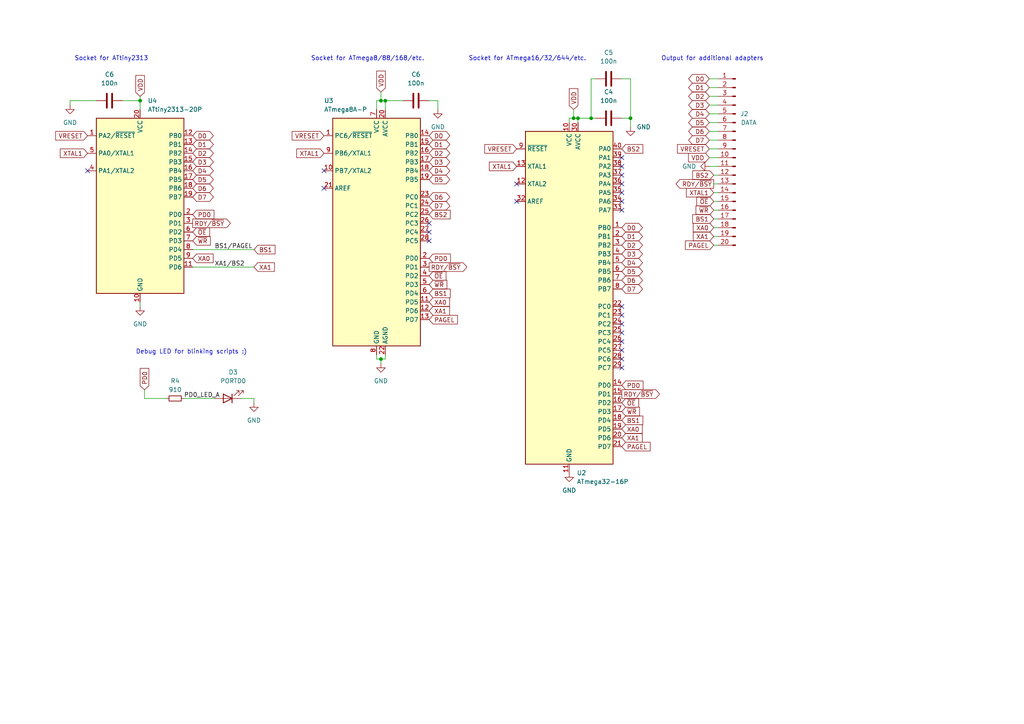
<source format=kicad_sch>
(kicad_sch (version 20230121) (generator eeschema)
  (paper "A4")
  (lib_symbols
    (symbol "Connector:Conn_01x20_Pin" (pin_names (offset 1.016) hide)
      (property "Reference" "J" (at 0 25.4 0))
      (property "Value" "Conn_01x20_Pin" (at 0 -27.94 0))
      (symbol "Conn_01x20_Pin_1_1"
        (polyline (pts (xy 1.27 -25.4) (xy 0.8636 -25.4)) (stroke (width 0.1524)))
        (polyline (pts (xy 1.27 -22.86) (xy 0.8636 -22.86)) (stroke (width 0.1524)))
        (polyline (pts (xy 1.27 -20.32) (xy 0.8636 -20.32)) (stroke (width 0.1524)))
        (polyline (pts (xy 1.27 -17.78) (xy 0.8636 -17.78)) (stroke (width 0.1524)))
        (polyline (pts (xy 1.27 -15.24) (xy 0.8636 -15.24)) (stroke (width 0.1524)))
        (polyline (pts (xy 1.27 -12.7) (xy 0.8636 -12.7)) (stroke (width 0.1524)))
        (polyline (pts (xy 1.27 -10.16) (xy 0.8636 -10.16)) (stroke (width 0.1524)))
        (polyline (pts (xy 1.27 -7.62) (xy 0.8636 -7.62)) (stroke (width 0.1524)))
        (polyline (pts (xy 1.27 -5.08) (xy 0.8636 -5.08)) (stroke (width 0.1524)))
        (polyline (pts (xy 1.27 -2.54) (xy 0.8636 -2.54)) (stroke (width 0.1524)))
        (polyline (pts (xy 1.27 0) (xy 0.8636 0)) (stroke (width 0.1524)))
        (polyline (pts (xy 1.27 2.54) (xy 0.8636 2.54)) (stroke (width 0.1524)))
        (polyline (pts (xy 1.27 5.08) (xy 0.8636 5.08)) (stroke (width 0.1524)))
        (polyline (pts (xy 1.27 7.62) (xy 0.8636 7.62)) (stroke (width 0.1524)))
        (polyline (pts (xy 1.27 10.16) (xy 0.8636 10.16)) (stroke (width 0.1524)))
        (polyline (pts (xy 1.27 12.7) (xy 0.8636 12.7)) (stroke (width 0.1524)))
        (polyline (pts (xy 1.27 15.24) (xy 0.8636 15.24)) (stroke (width 0.1524)))
        (polyline (pts (xy 1.27 17.78) (xy 0.8636 17.78)) (stroke (width 0.1524)))
        (polyline (pts (xy 1.27 20.32) (xy 0.8636 20.32)) (stroke (width 0.1524)))
        (polyline (pts (xy 1.27 22.86) (xy 0.8636 22.86)) (stroke (width 0.1524)))
        (rectangle (start 0.8636 -25.273) (end 0 -25.527) (stroke (width 0.1524)) (fill (type outline)))
        (rectangle (start 0.8636 -22.733) (end 0 -22.987) (stroke (width 0.1524)) (fill (type outline)))
        (rectangle (start 0.8636 -20.193) (end 0 -20.447) (stroke (width 0.1524)) (fill (type outline)))
        (rectangle (start 0.8636 -17.653) (end 0 -17.907) (stroke (width 0.1524)) (fill (type outline)))
        (rectangle (start 0.8636 -15.113) (end 0 -15.367) (stroke (width 0.1524)) (fill (type outline)))
        (rectangle (start 0.8636 -12.573) (end 0 -12.827) (stroke (width 0.1524)) (fill (type outline)))
        (rectangle (start 0.8636 -10.033) (end 0 -10.287) (stroke (width 0.1524)) (fill (type outline)))
        (rectangle (start 0.8636 -7.493) (end 0 -7.747) (stroke (width 0.1524)) (fill (type outline)))
        (rectangle (start 0.8636 -4.953) (end 0 -5.207) (stroke (width 0.1524)) (fill (type outline)))
        (rectangle (start 0.8636 -2.413) (end 0 -2.667) (stroke (width 0.1524)) (fill (type outline)))
        (rectangle (start 0.8636 0.127) (end 0 -0.127) (stroke (width 0.1524)) (fill (type outline)))
        (rectangle (start 0.8636 2.667) (end 0 2.413) (stroke (width 0.1524)) (fill (type outline)))
        (rectangle (start 0.8636 5.207) (end 0 4.953) (stroke (width 0.1524)) (fill (type outline)))
        (rectangle (start 0.8636 7.747) (end 0 7.493) (stroke (width 0.1524)) (fill (type outline)))
        (rectangle (start 0.8636 10.287) (end 0 10.033) (stroke (width 0.1524)) (fill (type outline)))
        (rectangle (start 0.8636 12.827) (end 0 12.573) (stroke (width 0.1524)) (fill (type outline)))
        (rectangle (start 0.8636 15.367) (end 0 15.113) (stroke (width 0.1524)) (fill (type outline)))
        (rectangle (start 0.8636 17.907) (end 0 17.653) (stroke (width 0.1524)) (fill (type outline)))
        (rectangle (start 0.8636 20.447) (end 0 20.193) (stroke (width 0.1524)) (fill (type outline)))
        (rectangle (start 0.8636 22.987) (end 0 22.733) (stroke (width 0.1524)) (fill (type outline)))
        (pin passive line (at 5.08 22.86 180) (length 3.81) (name "Pin_1") (number "1"))
        (pin passive line (at 5.08 0 180) (length 3.81) (name "Pin_10") (number "10"))
        (pin passive line (at 5.08 -2.54 180) (length 3.81) (name "Pin_11") (number "11"))
        (pin passive line (at 5.08 -5.08 180) (length 3.81) (name "Pin_12") (number "12"))
        (pin passive line (at 5.08 -7.62 180) (length 3.81) (name "Pin_13") (number "13"))
        (pin passive line (at 5.08 -10.16 180) (length 3.81) (name "Pin_14") (number "14"))
        (pin passive line (at 5.08 -12.7 180) (length 3.81) (name "Pin_15") (number "15"))
        (pin passive line (at 5.08 -15.24 180) (length 3.81) (name "Pin_16") (number "16"))
        (pin passive line (at 5.08 -17.78 180) (length 3.81) (name "Pin_17") (number "17"))
        (pin passive line (at 5.08 -20.32 180) (length 3.81) (name "Pin_18") (number "18"))
        (pin passive line (at 5.08 -22.86 180) (length 3.81) (name "Pin_19") (number "19"))
        (pin passive line (at 5.08 20.32 180) (length 3.81) (name "Pin_2") (number "2"))
        (pin passive line (at 5.08 -25.4 180) (length 3.81) (name "Pin_20") (number "20"))
        (pin passive line (at 5.08 17.78 180) (length 3.81) (name "Pin_3") (number "3"))
        (pin passive line (at 5.08 15.24 180) (length 3.81) (name "Pin_4") (number "4"))
        (pin passive line (at 5.08 12.7 180) (length 3.81) (name "Pin_5") (number "5"))
        (pin passive line (at 5.08 10.16 180) (length 3.81) (name "Pin_6") (number "6"))
        (pin passive line (at 5.08 7.62 180) (length 3.81) (name "Pin_7") (number "7"))
        (pin passive line (at 5.08 5.08 180) (length 3.81) (name "Pin_8") (number "8"))
        (pin passive line (at 5.08 2.54 180) (length 3.81) (name "Pin_9") (number "9"))
      )
    )
    (symbol "Device:C" (pin_numbers hide) (pin_names (offset 0.254))
      (property "Reference" "C" (at 0.635 2.54 0))
      (property "Value" "C" (at 0.635 -2.54 0))
      (symbol "C_0_1"
        (polyline (pts (xy -2.032 -0.762) (xy 2.032 -0.762)) (stroke (width 0.508)))
        (polyline (pts (xy -2.032 0.762) (xy 2.032 0.762)) (stroke (width 0.508)))
      )
      (symbol "C_1_1"
        (pin passive line (at 0 3.81 270) (length 2.794) (name "~") (number "1"))
        (pin passive line (at 0 -3.81 90) (length 2.794) (name "~") (number "2"))
      )
    )
    (symbol "Device:LED" (pin_numbers hide) (pin_names (offset 1.016) hide)
      (property "Reference" "D" (at 0 2.54 0))
      (property "Value" "LED" (at 0 -2.54 0))
      (symbol "LED_0_1"
        (polyline (pts (xy -1.27 -1.27) (xy -1.27 1.27)) (stroke (width 0.254)))
        (polyline (pts (xy -1.27 0) (xy 1.27 0)))
        (polyline (pts (xy 1.27 -1.27) (xy 1.27 1.27) (xy -1.27 0) (xy 1.27 -1.27)) (stroke (width 0.254)))
        (polyline (pts (xy -3.048 -0.762) (xy -4.572 -2.286) (xy -3.81 -2.286) (xy -4.572 -2.286) (xy -4.572 -1.524)))
        (polyline (pts (xy -1.778 -0.762) (xy -3.302 -2.286) (xy -2.54 -2.286) (xy -3.302 -2.286) (xy -3.302 -1.524)))
      )
      (symbol "LED_1_1"
        (pin passive line (at -3.81 0 0) (length 2.54) (name "K") (number "1"))
        (pin passive line (at 3.81 0 180) (length 2.54) (name "A") (number "2"))
      )
    )
    (symbol "Device:R_Small" (pin_numbers hide) (pin_names (offset 0.254) hide)
      (property "Reference" "R" (at 0.762 0.508 0))
      (property "Value" "R_Small" (at 0.762 -1.016 0))
      (symbol "R_Small_0_1"
        (rectangle (start -0.762 1.778) (end 0.762 -1.778) (stroke (width 0.2032)))
      )
      (symbol "R_Small_1_1"
        (pin passive line (at 0 2.54 270) (length 0.762) (name "~") (number "1"))
        (pin passive line (at 0 -2.54 90) (length 0.762) (name "~") (number "2"))
      )
    )
    (symbol "MCU_Microchip_ATmega:ATmega32-16P"
      (property "Reference" "U" (at -12.7 49.53 0))
      (property "Value" "ATmega32-16P" (at 2.54 -49.53 0))
      (symbol "ATmega32-16P_0_1"
        (rectangle (start -12.7 -48.26) (end 12.7 48.26) (stroke (width 0.254)) (fill (type background)))
      )
      (symbol "ATmega32-16P_1_1"
        (pin bidirectional line (at 15.24 20.32 180) (length 2.54) (name "PB0") (number "1"))
        (pin power_in line (at 0 50.8 270) (length 2.54) (name "VCC") (number "10"))
        (pin power_in line (at 0 -50.8 90) (length 2.54) (name "GND") (number "11"))
        (pin output line (at -15.24 33.02 0) (length 2.54) (name "XTAL2") (number "12"))
        (pin input line (at -15.24 38.1 0) (length 2.54) (name "XTAL1") (number "13"))
        (pin bidirectional line (at 15.24 -25.4 180) (length 2.54) (name "PD0") (number "14"))
        (pin bidirectional line (at 15.24 -27.94 180) (length 2.54) (name "PD1") (number "15"))
        (pin bidirectional line (at 15.24 -30.48 180) (length 2.54) (name "PD2") (number "16"))
        (pin bidirectional line (at 15.24 -33.02 180) (length 2.54) (name "PD3") (number "17"))
        (pin bidirectional line (at 15.24 -35.56 180) (length 2.54) (name "PD4") (number "18"))
        (pin bidirectional line (at 15.24 -38.1 180) (length 2.54) (name "PD5") (number "19"))
        (pin bidirectional line (at 15.24 17.78 180) (length 2.54) (name "PB1") (number "2"))
        (pin bidirectional line (at 15.24 -40.64 180) (length 2.54) (name "PD6") (number "20"))
        (pin bidirectional line (at 15.24 -43.18 180) (length 2.54) (name "PD7") (number "21"))
        (pin bidirectional line (at 15.24 -2.54 180) (length 2.54) (name "PC0") (number "22"))
        (pin bidirectional line (at 15.24 -5.08 180) (length 2.54) (name "PC1") (number "23"))
        (pin bidirectional line (at 15.24 -7.62 180) (length 2.54) (name "PC2") (number "24"))
        (pin bidirectional line (at 15.24 -10.16 180) (length 2.54) (name "PC3") (number "25"))
        (pin bidirectional line (at 15.24 -12.7 180) (length 2.54) (name "PC4") (number "26"))
        (pin bidirectional line (at 15.24 -15.24 180) (length 2.54) (name "PC5") (number "27"))
        (pin bidirectional line (at 15.24 -17.78 180) (length 2.54) (name "PC6") (number "28"))
        (pin bidirectional line (at 15.24 -20.32 180) (length 2.54) (name "PC7") (number "29"))
        (pin bidirectional line (at 15.24 15.24 180) (length 2.54) (name "PB2") (number "3"))
        (pin power_in line (at 2.54 50.8 270) (length 2.54) (name "AVCC") (number "30"))
        (pin passive line (at 0 -50.8 90) (length 2.54) hide (name "GND") (number "31"))
        (pin passive line (at -15.24 27.94 0) (length 2.54) (name "AREF") (number "32"))
        (pin bidirectional line (at 15.24 25.4 180) (length 2.54) (name "PA7") (number "33"))
        (pin bidirectional line (at 15.24 27.94 180) (length 2.54) (name "PA6") (number "34"))
        (pin bidirectional line (at 15.24 30.48 180) (length 2.54) (name "PA5") (number "35"))
        (pin bidirectional line (at 15.24 33.02 180) (length 2.54) (name "PA4") (number "36"))
        (pin bidirectional line (at 15.24 35.56 180) (length 2.54) (name "PA3") (number "37"))
        (pin bidirectional line (at 15.24 38.1 180) (length 2.54) (name "PA2") (number "38"))
        (pin bidirectional line (at 15.24 40.64 180) (length 2.54) (name "PA1") (number "39"))
        (pin bidirectional line (at 15.24 12.7 180) (length 2.54) (name "PB3") (number "4"))
        (pin bidirectional line (at 15.24 43.18 180) (length 2.54) (name "PA0") (number "40"))
        (pin bidirectional line (at 15.24 10.16 180) (length 2.54) (name "PB4") (number "5"))
        (pin bidirectional line (at 15.24 7.62 180) (length 2.54) (name "PB5") (number "6"))
        (pin bidirectional line (at 15.24 5.08 180) (length 2.54) (name "PB6") (number "7"))
        (pin bidirectional line (at 15.24 2.54 180) (length 2.54) (name "PB7") (number "8"))
        (pin input line (at -15.24 43.18 0) (length 2.54) (name "~{RESET}") (number "9"))
      )
    )
    (symbol "MCU_Microchip_ATmega:ATmega8A-P"
      (property "Reference" "U" (at -12.7 34.29 0))
      (property "Value" "ATmega8A-P" (at 5.08 -34.29 0))
      (symbol "ATmega8A-P_0_1"
        (rectangle (start -12.7 -33.02) (end 12.7 33.02) (stroke (width 0.254)) (fill (type background)))
      )
      (symbol "ATmega8A-P_1_1"
        (pin bidirectional line (at -15.24 27.94 0) (length 2.54) (name "PC6/~{RESET}") (number "1"))
        (pin bidirectional line (at -15.24 17.78 0) (length 2.54) (name "PB7/XTAL2") (number "10"))
        (pin bidirectional line (at 15.24 -20.32 180) (length 2.54) (name "PD5") (number "11"))
        (pin bidirectional line (at 15.24 -22.86 180) (length 2.54) (name "PD6") (number "12"))
        (pin bidirectional line (at 15.24 -25.4 180) (length 2.54) (name "PD7") (number "13"))
        (pin bidirectional line (at 15.24 27.94 180) (length 2.54) (name "PB0") (number "14"))
        (pin bidirectional line (at 15.24 25.4 180) (length 2.54) (name "PB1") (number "15"))
        (pin bidirectional line (at 15.24 22.86 180) (length 2.54) (name "PB2") (number "16"))
        (pin bidirectional line (at 15.24 20.32 180) (length 2.54) (name "PB3") (number "17"))
        (pin bidirectional line (at 15.24 17.78 180) (length 2.54) (name "PB4") (number "18"))
        (pin bidirectional line (at 15.24 15.24 180) (length 2.54) (name "PB5") (number "19"))
        (pin bidirectional line (at 15.24 -7.62 180) (length 2.54) (name "PD0") (number "2"))
        (pin power_in line (at 2.54 35.56 270) (length 2.54) (name "AVCC") (number "20"))
        (pin passive line (at -15.24 12.7 0) (length 2.54) (name "AREF") (number "21"))
        (pin power_in line (at 2.54 -35.56 90) (length 2.54) (name "AGND") (number "22"))
        (pin bidirectional line (at 15.24 10.16 180) (length 2.54) (name "PC0") (number "23"))
        (pin bidirectional line (at 15.24 7.62 180) (length 2.54) (name "PC1") (number "24"))
        (pin bidirectional line (at 15.24 5.08 180) (length 2.54) (name "PC2") (number "25"))
        (pin bidirectional line (at 15.24 2.54 180) (length 2.54) (name "PC3") (number "26"))
        (pin bidirectional line (at 15.24 0 180) (length 2.54) (name "PC4") (number "27"))
        (pin bidirectional line (at 15.24 -2.54 180) (length 2.54) (name "PC5") (number "28"))
        (pin bidirectional line (at 15.24 -10.16 180) (length 2.54) (name "PD1") (number "3"))
        (pin bidirectional line (at 15.24 -12.7 180) (length 2.54) (name "PD2") (number "4"))
        (pin bidirectional line (at 15.24 -15.24 180) (length 2.54) (name "PD3") (number "5"))
        (pin bidirectional line (at 15.24 -17.78 180) (length 2.54) (name "PD4") (number "6"))
        (pin power_in line (at 0 35.56 270) (length 2.54) (name "VCC") (number "7"))
        (pin power_in line (at 0 -35.56 90) (length 2.54) (name "GND") (number "8"))
        (pin bidirectional line (at -15.24 22.86 0) (length 2.54) (name "PB6/XTAL1") (number "9"))
      )
    )
    (symbol "MCU_Microchip_ATtiny:ATtiny2313-20P"
      (property "Reference" "U" (at -12.7 26.67 0))
      (property "Value" "ATtiny2313-20P" (at 2.54 -26.67 0))
      (symbol "ATtiny2313-20P_0_1"
        (rectangle (start -12.7 -25.4) (end 12.7 25.4) (stroke (width 0.254)) (fill (type background)))
      )
      (symbol "ATtiny2313-20P_1_1"
        (pin bidirectional line (at -15.24 20.32 0) (length 2.54) (name "PA2/~{RESET}") (number "1"))
        (pin power_in line (at 0 -27.94 90) (length 2.54) (name "GND") (number "10"))
        (pin bidirectional line (at 15.24 -17.78 180) (length 2.54) (name "PD6") (number "11"))
        (pin bidirectional line (at 15.24 20.32 180) (length 2.54) (name "PB0") (number "12"))
        (pin bidirectional line (at 15.24 17.78 180) (length 2.54) (name "PB1") (number "13"))
        (pin bidirectional line (at 15.24 15.24 180) (length 2.54) (name "PB2") (number "14"))
        (pin bidirectional line (at 15.24 12.7 180) (length 2.54) (name "PB3") (number "15"))
        (pin bidirectional line (at 15.24 10.16 180) (length 2.54) (name "PB4") (number "16"))
        (pin bidirectional line (at 15.24 7.62 180) (length 2.54) (name "PB5") (number "17"))
        (pin bidirectional line (at 15.24 5.08 180) (length 2.54) (name "PB6") (number "18"))
        (pin bidirectional line (at 15.24 2.54 180) (length 2.54) (name "PB7") (number "19"))
        (pin bidirectional line (at 15.24 -2.54 180) (length 2.54) (name "PD0") (number "2"))
        (pin power_in line (at 0 27.94 270) (length 2.54) (name "VCC") (number "20"))
        (pin bidirectional line (at 15.24 -5.08 180) (length 2.54) (name "PD1") (number "3"))
        (pin bidirectional line (at -15.24 10.16 0) (length 2.54) (name "PA1/XTAL2") (number "4"))
        (pin bidirectional line (at -15.24 15.24 0) (length 2.54) (name "PA0/XTAL1") (number "5"))
        (pin bidirectional line (at 15.24 -7.62 180) (length 2.54) (name "PD2") (number "6"))
        (pin bidirectional line (at 15.24 -10.16 180) (length 2.54) (name "PD3") (number "7"))
        (pin bidirectional line (at 15.24 -12.7 180) (length 2.54) (name "PD4") (number "8"))
        (pin bidirectional line (at 15.24 -15.24 180) (length 2.54) (name "PD5") (number "9"))
      )
    )
    (symbol "power:GND" (power) (pin_names (offset 0))
      (property "Value" "GND" (at 0 -3.81 0))
      (symbol "GND_0_1"
        (polyline (pts (xy 0 0) (xy 0 -1.27) (xy 1.27 -1.27) (xy 0 -2.54) (xy -1.27 -1.27) (xy 0 -1.27)))
      )
      (symbol "GND_1_1"
        (pin power_in line (at 0 0 270) (length 0) hide (name "GND") (number "1"))
      )
    )
  )
  (junction (at 167.64 34.29))
  (junction (at 171.45 34.29))
  (junction (at 166.37 34.29))
  (junction (at 182.88 34.29))
  (junction (at 111.76 29.21))
  (junction (at 110.49 104.14))
  (junction (at 40.64 29.21))
  (junction (at 110.49 29.21))
  (no_connect (at 93.98 49.53))
  (no_connect (at 149.86 53.34))
  (no_connect (at 180.34 99.06))
  (no_connect (at 124.46 69.85))
  (no_connect (at 180.34 106.68))
  (no_connect (at 180.34 96.52))
  (no_connect (at 180.34 50.8))
  (no_connect (at 180.34 55.88))
  (no_connect (at 180.34 91.44))
  (no_connect (at 180.34 45.72))
  (no_connect (at 25.4 49.53))
  (no_connect (at 180.34 104.14))
  (no_connect (at 149.86 58.42))
  (no_connect (at 124.46 64.77))
  (no_connect (at 180.34 93.98))
  (no_connect (at 180.34 58.42))
  (no_connect (at 180.34 60.96))
  (no_connect (at 180.34 88.9))
  (no_connect (at 180.34 101.6))
  (no_connect (at 180.34 48.26))
  (no_connect (at 93.98 54.61))
  (no_connect (at 180.34 53.34))
  (no_connect (at 124.46 67.31))
  (wire (pts (xy 55.88 77.47) (xy 73.66 77.47)))
  (wire (pts (xy 53.34 115.57) (xy 62.23 115.57)))
  (wire (pts (xy 205.74 25.4) (xy 208.28 25.4)))
  (wire (pts (xy 180.34 22.86) (xy 182.88 22.86)))
  (wire (pts (xy 171.45 34.29) (xy 172.72 34.29)))
  (wire (pts (xy 207.01 63.5) (xy 208.28 63.5)))
  (wire (pts (xy 41.91 113.03) (xy 41.91 115.57)))
  (wire (pts (xy 182.88 34.29) (xy 182.88 36.83)))
  (wire (pts (xy 124.46 29.21) (xy 127 29.21)))
  (wire (pts (xy 172.72 22.86) (xy 171.45 22.86)))
  (wire (pts (xy 40.64 87.63) (xy 40.64 88.9)))
  (wire (pts (xy 207.01 55.88) (xy 208.28 55.88)))
  (wire (pts (xy 165.1 34.29) (xy 165.1 35.56)))
  (wire (pts (xy 110.49 104.14) (xy 110.49 105.41)))
  (wire (pts (xy 205.74 27.94) (xy 208.28 27.94)))
  (wire (pts (xy 165.1 34.29) (xy 166.37 34.29)))
  (wire (pts (xy 207.01 71.12) (xy 208.28 71.12)))
  (wire (pts (xy 171.45 22.86) (xy 171.45 34.29)))
  (wire (pts (xy 55.88 72.39) (xy 73.66 72.39)))
  (wire (pts (xy 205.74 40.64) (xy 208.28 40.64)))
  (wire (pts (xy 20.32 29.21) (xy 20.32 30.48)))
  (wire (pts (xy 207.01 53.34) (xy 208.28 53.34)))
  (wire (pts (xy 109.22 29.21) (xy 109.22 31.75)))
  (wire (pts (xy 205.74 43.18) (xy 208.28 43.18)))
  (wire (pts (xy 69.85 115.57) (xy 73.66 115.57)))
  (wire (pts (xy 109.22 29.21) (xy 110.49 29.21)))
  (wire (pts (xy 110.49 104.14) (xy 111.76 104.14)))
  (wire (pts (xy 167.64 35.56) (xy 167.64 34.29)))
  (wire (pts (xy 110.49 26.67) (xy 110.49 29.21)))
  (wire (pts (xy 109.22 102.87) (xy 109.22 104.14)))
  (wire (pts (xy 207.01 60.96) (xy 208.28 60.96)))
  (wire (pts (xy 205.74 48.26) (xy 208.28 48.26)))
  (wire (pts (xy 27.94 29.21) (xy 20.32 29.21)))
  (wire (pts (xy 207.01 68.58) (xy 208.28 68.58)))
  (wire (pts (xy 41.91 115.57) (xy 48.26 115.57)))
  (wire (pts (xy 205.74 22.86) (xy 208.28 22.86)))
  (wire (pts (xy 205.74 38.1) (xy 208.28 38.1)))
  (wire (pts (xy 127 29.21) (xy 127 31.75)))
  (wire (pts (xy 207.01 50.8) (xy 208.28 50.8)))
  (wire (pts (xy 111.76 29.21) (xy 111.76 31.75)))
  (wire (pts (xy 205.74 35.56) (xy 208.28 35.56)))
  (wire (pts (xy 207.01 66.04) (xy 208.28 66.04)))
  (wire (pts (xy 167.64 34.29) (xy 171.45 34.29)))
  (wire (pts (xy 182.88 22.86) (xy 182.88 34.29)))
  (wire (pts (xy 40.64 29.21) (xy 40.64 31.75)))
  (wire (pts (xy 205.74 30.48) (xy 208.28 30.48)))
  (wire (pts (xy 109.22 104.14) (xy 110.49 104.14)))
  (wire (pts (xy 73.66 115.57) (xy 73.66 116.84)))
  (wire (pts (xy 40.64 27.94) (xy 40.64 29.21)))
  (wire (pts (xy 207.01 58.42) (xy 208.28 58.42)))
  (wire (pts (xy 180.34 34.29) (xy 182.88 34.29)))
  (wire (pts (xy 111.76 29.21) (xy 116.84 29.21)))
  (wire (pts (xy 111.76 104.14) (xy 111.76 102.87)))
  (wire (pts (xy 205.74 45.72) (xy 208.28 45.72)))
  (wire (pts (xy 205.74 33.02) (xy 208.28 33.02)))
  (wire (pts (xy 166.37 34.29) (xy 167.64 34.29)))
  (wire (pts (xy 166.37 31.75) (xy 166.37 34.29)))
  (wire (pts (xy 110.49 29.21) (xy 111.76 29.21)))
  (wire (pts (xy 35.56 29.21) (xy 40.64 29.21)))
  (text "Socket for ATtiny2313" (at 21.59 17.78 0) (effects (font (size 1.27 1.27)) (justify left bottom)))
  (text "Debug LED for blinking scripts :)" (at 39.37 102.87 0) (effects (font (size 1.27 1.27)) (justify left bottom)))
  (text "Socket for ATmega16/32/644/etc." (at 135.89 17.78 0) (effects (font (size 1.27 1.27)) (justify left bottom)))
  (text "Output for additional adapters" (at 191.77 17.78 0) (effects (font (size 1.27 1.27)) (justify left bottom)))
  (text "Socket for ATmega8/88/168/etc." (at 90.17 17.78 0) (effects (font (size 1.27 1.27)) (justify left bottom)))
  (label "BS1{slash}PAGEL" (at 62.23 72.39 0))
  (label "PD0_LED_A" (at 53.34 115.57 0))
  (label "XA1{slash}BS2" (at 62.23 77.47 0))
  (global_label "D7" (shape bidirectional) (at 124.46 59.69 0) (property "Intersheetrefs" "${INTERSHEET_REFS}" (effects hide)))
  (global_label "~{WR}" (shape input) (at 124.46 82.55 0) (property "Intersheetrefs" "${INTERSHEET_REFS}" (effects hide)))
  (global_label "D6" (shape bidirectional) (at 124.46 57.15 0) (property "Intersheetrefs" "${INTERSHEET_REFS}" (effects hide)))
  (global_label "D1" (shape bidirectional) (at 180.34 68.58 0) (property "Intersheetrefs" "${INTERSHEET_REFS}" (effects hide)))
  (global_label "D6" (shape bidirectional) (at 205.74 38.1 180) (property "Intersheetrefs" "${INTERSHEET_REFS}" (effects hide)))
  (global_label "BS1" (shape input) (at 180.34 121.92 0) (property "Intersheetrefs" "${INTERSHEET_REFS}" (effects hide)))
  (global_label "D2" (shape bidirectional) (at 124.46 44.45 0) (property "Intersheetrefs" "${INTERSHEET_REFS}" (effects hide)))
  (global_label "D0" (shape bidirectional) (at 205.74 22.86 180) (property "Intersheetrefs" "${INTERSHEET_REFS}" (effects hide)))
  (global_label "PD0" (shape input) (at 180.34 111.76 0) (property "Intersheetrefs" "${INTERSHEET_REFS}" (effects hide)))
  (global_label "D2" (shape bidirectional) (at 205.74 27.94 180) (property "Intersheetrefs" "${INTERSHEET_REFS}" (effects hide)))
  (global_label "VRESET" (shape input) (at 149.86 43.18 180) (property "Intersheetrefs" "${INTERSHEET_REFS}" (effects hide)))
  (global_label "~{OE}" (shape input) (at 55.88 67.31 0) (property "Intersheetrefs" "${INTERSHEET_REFS}" (effects hide)))
  (global_label "BS2" (shape input) (at 180.34 43.18 0) (property "Intersheetrefs" "${INTERSHEET_REFS}" (effects hide)))
  (global_label "VDD" (shape input) (at 40.64 27.94 90) (property "Intersheetrefs" "${INTERSHEET_REFS}" (effects hide)))
  (global_label "D4" (shape bidirectional) (at 124.46 49.53 0) (property "Intersheetrefs" "${INTERSHEET_REFS}" (effects hide)))
  (global_label "D3" (shape bidirectional) (at 124.46 46.99 0) (property "Intersheetrefs" "${INTERSHEET_REFS}" (effects hide)))
  (global_label "D0" (shape bidirectional) (at 180.34 66.04 0) (property "Intersheetrefs" "${INTERSHEET_REFS}" (effects hide)))
  (global_label "VRESET" (shape input) (at 205.74 43.18 180) (property "Intersheetrefs" "${INTERSHEET_REFS}" (effects hide)))
  (global_label "D0" (shape bidirectional) (at 55.88 39.37 0) (property "Intersheetrefs" "${INTERSHEET_REFS}" (effects hide)))
  (global_label "BS2" (shape input) (at 207.01 50.8 180) (property "Intersheetrefs" "${INTERSHEET_REFS}" (effects hide)))
  (global_label "PD0" (shape input) (at 124.46 74.93 0) (property "Intersheetrefs" "${INTERSHEET_REFS}" (effects hide)))
  (global_label "XA1" (shape input) (at 73.66 77.47 0) (property "Intersheetrefs" "${INTERSHEET_REFS}" (effects hide)))
  (global_label "D5" (shape bidirectional) (at 124.46 52.07 0) (property "Intersheetrefs" "${INTERSHEET_REFS}" (effects hide)))
  (global_label "RDY{slash}~{BSY}" (shape output) (at 207.01 53.34 180) (property "Intersheetrefs" "${INTERSHEET_REFS}" (effects hide)))
  (global_label "VRESET" (shape input) (at 93.98 39.37 180) (property "Intersheetrefs" "${INTERSHEET_REFS}" (effects hide)))
  (global_label "D5" (shape bidirectional) (at 205.74 35.56 180) (property "Intersheetrefs" "${INTERSHEET_REFS}" (effects hide)))
  (global_label "D7" (shape bidirectional) (at 55.88 57.15 0) (property "Intersheetrefs" "${INTERSHEET_REFS}" (effects hide)))
  (global_label "D4" (shape bidirectional) (at 180.34 76.2 0) (property "Intersheetrefs" "${INTERSHEET_REFS}" (effects hide)))
  (global_label "D5" (shape bidirectional) (at 55.88 52.07 0) (property "Intersheetrefs" "${INTERSHEET_REFS}" (effects hide)))
  (global_label "D7" (shape bidirectional) (at 180.34 83.82 0) (property "Intersheetrefs" "${INTERSHEET_REFS}" (effects hide)))
  (global_label "VDD" (shape input) (at 110.49 26.67 90) (property "Intersheetrefs" "${INTERSHEET_REFS}" (effects hide)))
  (global_label "XTAL1" (shape input) (at 25.4 44.45 180) (property "Intersheetrefs" "${INTERSHEET_REFS}" (effects hide)))
  (global_label "XA1" (shape input) (at 207.01 68.58 180) (property "Intersheetrefs" "${INTERSHEET_REFS}" (effects hide)))
  (global_label "XTAL1" (shape input) (at 93.98 44.45 180) (property "Intersheetrefs" "${INTERSHEET_REFS}" (effects hide)))
  (global_label "D4" (shape bidirectional) (at 205.74 33.02 180) (property "Intersheetrefs" "${INTERSHEET_REFS}" (effects hide)))
  (global_label "D2" (shape bidirectional) (at 55.88 44.45 0) (property "Intersheetrefs" "${INTERSHEET_REFS}" (effects hide)))
  (global_label "VRESET" (shape input) (at 25.4 39.37 180) (property "Intersheetrefs" "${INTERSHEET_REFS}" (effects hide)))
  (global_label "XA0" (shape input) (at 124.46 87.63 0) (property "Intersheetrefs" "${INTERSHEET_REFS}" (effects hide)))
  (global_label "D5" (shape bidirectional) (at 180.34 78.74 0) (property "Intersheetrefs" "${INTERSHEET_REFS}" (effects hide)))
  (global_label "BS2" (shape input) (at 124.46 62.23 0) (property "Intersheetrefs" "${INTERSHEET_REFS}" (effects hide)))
  (global_label "XA1" (shape input) (at 180.34 127 0) (property "Intersheetrefs" "${INTERSHEET_REFS}" (effects hide)))
  (global_label "XTAL1" (shape input) (at 207.01 55.88 180) (property "Intersheetrefs" "${INTERSHEET_REFS}" (effects hide)))
  (global_label "BS1" (shape input) (at 73.66 72.39 0) (property "Intersheetrefs" "${INTERSHEET_REFS}" (effects hide)))
  (global_label "~{WR}" (shape input) (at 55.88 69.85 0) (property "Intersheetrefs" "${INTERSHEET_REFS}" (effects hide)))
  (global_label "D0" (shape bidirectional) (at 124.46 39.37 0) (property "Intersheetrefs" "${INTERSHEET_REFS}" (effects hide)))
  (global_label "PD0" (shape input) (at 41.91 113.03 90) (property "Intersheetrefs" "${INTERSHEET_REFS}" (effects hide)))
  (global_label "XTAL1" (shape input) (at 149.86 48.26 180) (property "Intersheetrefs" "${INTERSHEET_REFS}" (effects hide)))
  (global_label "~{OE}" (shape input) (at 207.01 58.42 180) (property "Intersheetrefs" "${INTERSHEET_REFS}" (effects hide)))
  (global_label "XA1" (shape input) (at 124.46 90.17 0) (property "Intersheetrefs" "${INTERSHEET_REFS}" (effects hide)))
  (global_label "D6" (shape bidirectional) (at 180.34 81.28 0) (property "Intersheetrefs" "${INTERSHEET_REFS}" (effects hide)))
  (global_label "D6" (shape bidirectional) (at 55.88 54.61 0) (property "Intersheetrefs" "${INTERSHEET_REFS}" (effects hide)))
  (global_label "D1" (shape bidirectional) (at 205.74 25.4 180) (property "Intersheetrefs" "${INTERSHEET_REFS}" (effects hide)))
  (global_label "D3" (shape bidirectional) (at 180.34 73.66 0) (property "Intersheetrefs" "${INTERSHEET_REFS}" (effects hide)))
  (global_label "~{OE}" (shape input) (at 124.46 80.01 0) (property "Intersheetrefs" "${INTERSHEET_REFS}" (effects hide)))
  (global_label "RDY{slash}~{BSY}" (shape output) (at 180.34 114.3 0) (property "Intersheetrefs" "${INTERSHEET_REFS}" (effects hide)))
  (global_label "PAGEL" (shape input) (at 124.46 92.71 0) (property "Intersheetrefs" "${INTERSHEET_REFS}" (effects hide)))
  (global_label "PAGEL" (shape input) (at 207.01 71.12 180) (property "Intersheetrefs" "${INTERSHEET_REFS}" (effects hide)))
  (global_label "D1" (shape bidirectional) (at 124.46 41.91 0) (property "Intersheetrefs" "${INTERSHEET_REFS}" (effects hide)))
  (global_label "BS1" (shape input) (at 124.46 85.09 0) (property "Intersheetrefs" "${INTERSHEET_REFS}" (effects hide)))
  (global_label "D4" (shape bidirectional) (at 55.88 49.53 0) (property "Intersheetrefs" "${INTERSHEET_REFS}" (effects hide)))
  (global_label "D1" (shape bidirectional) (at 55.88 41.91 0) (property "Intersheetrefs" "${INTERSHEET_REFS}" (effects hide)))
  (global_label "D3" (shape bidirectional) (at 55.88 46.99 0) (property "Intersheetrefs" "${INTERSHEET_REFS}" (effects hide)))
  (global_label "D7" (shape bidirectional) (at 205.74 40.64 180) (property "Intersheetrefs" "${INTERSHEET_REFS}" (effects hide)))
  (global_label "~{OE}" (shape input) (at 180.34 116.84 0) (property "Intersheetrefs" "${INTERSHEET_REFS}" (effects hide)))
  (global_label "~{WR}" (shape input) (at 180.34 119.38 0) (property "Intersheetrefs" "${INTERSHEET_REFS}" (effects hide)))
  (global_label "D3" (shape bidirectional) (at 205.74 30.48 180) (property "Intersheetrefs" "${INTERSHEET_REFS}" (effects hide)))
  (global_label "XA0" (shape input) (at 207.01 66.04 180) (property "Intersheetrefs" "${INTERSHEET_REFS}" (effects hide)))
  (global_label "VDD" (shape input) (at 205.74 45.72 180) (property "Intersheetrefs" "${INTERSHEET_REFS}" (effects hide)))
  (global_label "PD0" (shape input) (at 55.88 62.23 0) (property "Intersheetrefs" "${INTERSHEET_REFS}" (effects hide)))
  (global_label "XA0" (shape input) (at 55.88 74.93 0) (property "Intersheetrefs" "${INTERSHEET_REFS}" (effects hide)))
  (global_label "D2" (shape bidirectional) (at 180.34 71.12 0) (property "Intersheetrefs" "${INTERSHEET_REFS}" (effects hide)))
  (global_label "PAGEL" (shape input) (at 180.34 129.54 0) (property "Intersheetrefs" "${INTERSHEET_REFS}" (effects hide)))
  (global_label "~{WR}" (shape input) (at 207.01 60.96 180) (property "Intersheetrefs" "${INTERSHEET_REFS}" (effects hide)))
  (global_label "RDY{slash}~{BSY}" (shape output) (at 55.88 64.77 0) (property "Intersheetrefs" "${INTERSHEET_REFS}" (effects hide)))
  (global_label "VDD" (shape input) (at 166.37 31.75 90) (property "Intersheetrefs" "${INTERSHEET_REFS}" (effects hide)))
  (global_label "XA0" (shape input) (at 180.34 124.46 0) (property "Intersheetrefs" "${INTERSHEET_REFS}" (effects hide)))
  (global_label "RDY{slash}~{BSY}" (shape output) (at 124.46 77.47 0) (property "Intersheetrefs" "${INTERSHEET_REFS}" (effects hide)))
  (global_label "BS1" (shape input) (at 207.01 63.5 180) (property "Intersheetrefs" "${INTERSHEET_REFS}" (effects hide)))
  (symbol (lib_id "MCU_Microchip_ATmega:ATmega32-16P") (at 165.1 86.36 0) (unit 1)
    (property "Reference" "U2" (at 167.2941 137.16 0) (effects (justify left)))
    (property "Value" "ATmega32-16P" (at 167.2941 139.7 0) (effects (justify left)))
    (property "Footprint" "Package_DIP:DIP-40_W15.24mm_Socket" (effects hide))
    (property "Datasheet" "http://ww1.microchip.com/downloads/en/DeviceDoc/doc2503.pdf" (effects hide))
    (instances (project "electric-chair" (path "" (reference "U2") (unit 1)) (path "" (reference "U6") (unit 1))))
  )
  (symbol (lib_id "Device:C") (at 120.65 29.21 270) (unit 1)
    (property "Reference" "C6" (at 120.65 21.59 90))
    (property "Value" "100n" (at 120.65 24.13 90))
    (property "Footprint" "Capacitor_SMD:C_1206_3216Metric_Pad1.33x1.80mm_HandSolder" (effects hide))
    (instances (project "electric-chair" (path "" (reference "C6") (unit 1)) (path "" (reference "C15") (unit 1))))
  )
  (symbol (lib_id "Device:C") (at 31.75 29.21 270) (unit 1)
    (property "Reference" "C6" (at 31.75 21.59 90))
    (property "Value" "100n" (at 31.75 24.13 90))
    (property "Footprint" "Capacitor_SMD:C_1206_3216Metric_Pad1.33x1.80mm_HandSolder" (effects hide))
    (instances (project "electric-chair" (path "" (reference "C6") (unit 1)) (path "" (reference "C12") (unit 1))))
  )
  (symbol (lib_id "power:GND") (at 40.64 88.9 0) (unit 1)
    (property "Reference" "#PWR06" (effects hide))
    (property "Value" "GND" (at 40.64 93.98 0))
    (instances (project "electric-chair" (path "" (reference "#PWR06") (unit 1)) (path "" (reference "#PWR034") (unit 1))))
  )
  (symbol (lib_id "Device:C") (at 176.53 34.29 270) (unit 1)
    (property "Reference" "C4" (at 176.53 26.67 90))
    (property "Value" "100n" (at 176.53 29.21 90))
    (property "Footprint" "Capacitor_SMD:C_1206_3216Metric_Pad1.33x1.80mm_HandSolder" (effects hide))
    (instances (project "electric-chair" (path "" (reference "C4") (unit 1)) (path "" (reference "C13") (unit 1))))
  )
  (symbol (lib_id "power:GND") (at 182.88 36.83 0) (unit 1)
    (property "Reference" "#PWR07" (effects hide))
    (property "Value" "GND" (at 186.69 36.83 0))
  )
  (symbol (lib_id "Connector:Conn_01x20_Pin") (at 213.36 45.72 0) (mirror y) (unit 1)
    (property "Reference" "J2" (at 215.9 33.02 0))
    (property "Value" "DATA" (at 217.17 35.56 0))
    (property "Footprint" "Connector_PinHeader_2.54mm:PinHeader_1x20_P2.54mm_Vertical" (effects hide))
    (instances (project "electric-chair" (path "" (reference "J2") (unit 1)) (path "" (reference "J4") (unit 1))))
  )
  (symbol (lib_id "power:GND") (at 205.74 48.26 270) (unit 1)
    (property "Reference" "#PWR012" (effects hide))
    (property "Value" "GND" (at 201.93 48.26 90) (effects (justify right)))
  )
  (symbol (lib_id "power:GND") (at 165.1 137.16 0) (unit 1)
    (property "Reference" "#PWR06" (effects hide))
    (property "Value" "GND" (at 165.1 142.24 0))
  )
  (symbol (lib_id "power:GND") (at 127 31.75 0) (unit 1)
    (property "Reference" "#PWR09" (effects hide))
    (property "Value" "GND" (at 127 36.83 0))
  )
  (symbol (lib_id "Device:C") (at 176.53 22.86 270) (unit 1)
    (property "Reference" "C5" (at 176.53 15.24 90))
    (property "Value" "100n" (at 176.53 17.78 90))
    (property "Footprint" "Capacitor_SMD:C_1206_3216Metric_Pad1.33x1.80mm_HandSolder" (effects hide))
    (instances (project "electric-chair" (path "" (reference "C5") (unit 1)) (path "" (reference "C14") (unit 1))))
  )
  (symbol (lib_id "power:GND") (at 110.49 105.41 0) (unit 1)
    (property "Reference" "#PWR08" (effects hide))
    (property "Value" "GND" (at 110.49 110.49 0))
  )
  (symbol (lib_id "power:GND") (at 20.32 30.48 0) (unit 1)
    (property "Reference" "#PWR07" (effects hide))
    (property "Value" "GND" (at 20.32 35.56 0))
    (instances (project "electric-chair" (path "" (reference "#PWR07") (unit 1)) (path "" (reference "#PWR038") (unit 1))))
  )
  (symbol (lib_id "power:GND") (at 73.66 116.84 0) (unit 1)
    (property "Reference" "#PWR021" (effects hide))
    (property "Value" "GND" (at 73.66 121.92 0))
    (instances (project "electric-chair" (path "" (reference "#PWR021") (unit 1)) (path "" (reference "#PWR043") (unit 1))))
  )
  (symbol (lib_id "MCU_Microchip_ATmega:ATmega8A-P") (at 109.22 67.31 0) (unit 1)
    (property "Reference" "U3" (at 93.98 29.21 0) (effects (justify left)))
    (property "Value" "ATmega8A-P" (at 93.98 31.75 0) (effects (justify left)))
    (property "Footprint" "Package_DIP:DIP-28_W7.62mm_Socket" (effects hide))
    (property "Datasheet" "http://ww1.microchip.com/downloads/en/DeviceDoc/Microchip%208bit%20mcu%20AVR%20ATmega8A%20data%20sheet%2040001974A.pdf" (effects hide))
    (instances (project "electric-chair" (path "" (reference "U3") (unit 1)) (path "" (reference "U5") (unit 1))))
  )
  (symbol (lib_id "MCU_Microchip_ATtiny:ATtiny2313-20P") (at 40.64 59.69 0) (unit 1)
    (property "Reference" "U4" (at 42.8341 29.21 0) (effects (justify left)))
    (property "Value" "ATtiny2313-20P" (at 42.8341 31.75 0) (effects (justify left)))
    (property "Footprint" "Package_DIP:DIP-20_W7.62mm_Socket" (effects hide))
    (property "Datasheet" "http://ww1.microchip.com/downloads/en/DeviceDoc/Atmel-2543-AVR-ATtiny2313_Datasheet.pdf" (effects hide))
  )
  (symbol (lib_id "Device:R_Small") (at 50.8 115.57 270) (unit 1)
    (property "Reference" "R4" (at 50.8 110.49 90))
    (property "Value" "910" (at 50.8 113.03 90))
    (property "Footprint" "Resistor_SMD:R_1206_3216Metric_Pad1.30x1.75mm_HandSolder" (effects hide))
    (instances (project "electric-chair" (path "" (reference "R4") (unit 1)) (path "" (reference "R16") (unit 1))))
  )
  (symbol (lib_id "Device:LED") (at 66.04 115.57 180) (unit 1)
    (property "Reference" "D3" (at 67.6275 107.95 0))
    (property "Value" "PORTD0" (at 67.6275 110.49 0))
    (property "Footprint" "LED_SMD:LED_1206_3216Metric_Pad1.42x1.75mm_HandSolder" (effects hide))
    (instances (project "electric-chair" (path "" (reference "D3") (unit 1)) (path "" (reference "D9") (unit 1))))
  )
)
</source>
